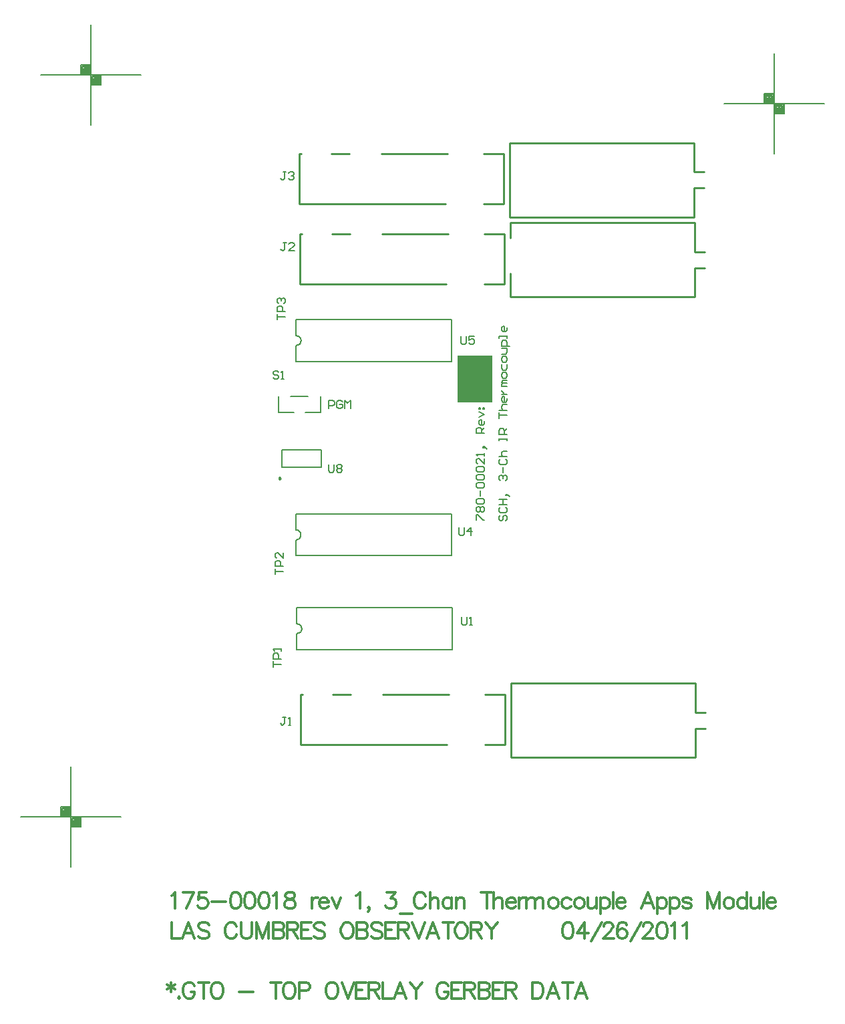
<source format=gto>
%FSLAX23Y23*%
%MOIN*%
G70*
G01*
G75*
G04 Layer_Color=65535*
%ADD10O,0.024X0.079*%
%ADD11R,0.070X0.135*%
%ADD12R,0.039X0.059*%
%ADD13C,0.010*%
%ADD14C,0.020*%
%ADD15C,0.012*%
%ADD16C,0.008*%
%ADD17C,0.012*%
%ADD18C,0.012*%
%ADD19C,0.120*%
%ADD20C,0.050*%
%ADD21C,0.059*%
%ADD22R,0.059X0.059*%
%ADD23C,0.276*%
%ADD24C,0.020*%
%ADD25C,0.040*%
%ADD26C,0.110*%
G04:AMPARAMS|DCode=27|XSize=130mil|YSize=130mil|CornerRadius=0mil|HoleSize=0mil|Usage=FLASHONLY|Rotation=0.000|XOffset=0mil|YOffset=0mil|HoleType=Round|Shape=Relief|Width=10mil|Gap=10mil|Entries=4|*
%AMTHD27*
7,0,0,0.130,0.110,0.010,45*
%
%ADD27THD27*%
%ADD28C,0.065*%
G04:AMPARAMS|DCode=29|XSize=85mil|YSize=85mil|CornerRadius=0mil|HoleSize=0mil|Usage=FLASHONLY|Rotation=0.000|XOffset=0mil|YOffset=0mil|HoleType=Round|Shape=Relief|Width=10mil|Gap=10mil|Entries=4|*
%AMTHD29*
7,0,0,0.085,0.065,0.010,45*
%
%ADD29THD29*%
%ADD30C,0.075*%
G04:AMPARAMS|DCode=31|XSize=95.433mil|YSize=95.433mil|CornerRadius=0mil|HoleSize=0mil|Usage=FLASHONLY|Rotation=0.000|XOffset=0mil|YOffset=0mil|HoleType=Round|Shape=Relief|Width=10mil|Gap=10mil|Entries=4|*
%AMTHD31*
7,0,0,0.095,0.075,0.010,45*
%
%ADD31THD31*%
%ADD32C,0.197*%
G04:AMPARAMS|DCode=33|XSize=70mil|YSize=70mil|CornerRadius=0mil|HoleSize=0mil|Usage=FLASHONLY|Rotation=0.000|XOffset=0mil|YOffset=0mil|HoleType=Round|Shape=Relief|Width=10mil|Gap=10mil|Entries=4|*
%AMTHD33*
7,0,0,0.070,0.050,0.010,45*
%
%ADD33THD33*%
%ADD34R,0.050X0.050*%
%ADD35O,0.087X0.024*%
%ADD36R,0.020X0.709*%
%ADD37R,0.085X0.016*%
%ADD38C,0.010*%
%ADD39C,0.008*%
%ADD40C,0.007*%
%ADD41R,0.175X0.238*%
D13*
X25894Y18847D02*
Y18966D01*
Y19141D02*
Y19217D01*
D15*
X24202Y15429D02*
Y15383D01*
X24183Y15418D02*
X24221Y15395D01*
Y15418D02*
X24183Y15395D01*
X24241Y15357D02*
X24238Y15353D01*
X24241Y15349D01*
X24245Y15353D01*
X24241Y15357D01*
X24320Y15410D02*
X24316Y15418D01*
X24308Y15425D01*
X24301Y15429D01*
X24286D01*
X24278Y15425D01*
X24270Y15418D01*
X24266Y15410D01*
X24263Y15399D01*
Y15380D01*
X24266Y15368D01*
X24270Y15361D01*
X24278Y15353D01*
X24286Y15349D01*
X24301D01*
X24308Y15353D01*
X24316Y15361D01*
X24320Y15368D01*
Y15380D01*
X24301D02*
X24320D01*
X24365Y15429D02*
Y15349D01*
X24338Y15429D02*
X24391D01*
X24424D02*
X24416Y15425D01*
X24409Y15418D01*
X24405Y15410D01*
X24401Y15399D01*
Y15380D01*
X24405Y15368D01*
X24409Y15361D01*
X24416Y15353D01*
X24424Y15349D01*
X24439D01*
X24447Y15353D01*
X24454Y15361D01*
X24458Y15368D01*
X24462Y15380D01*
Y15399D01*
X24458Y15410D01*
X24454Y15418D01*
X24447Y15425D01*
X24439Y15429D01*
X24424D01*
X24543Y15383D02*
X24612D01*
X24725Y15429D02*
Y15349D01*
X24698Y15429D02*
X24752D01*
X24784D02*
X24776Y15425D01*
X24769Y15418D01*
X24765Y15410D01*
X24761Y15399D01*
Y15380D01*
X24765Y15368D01*
X24769Y15361D01*
X24776Y15353D01*
X24784Y15349D01*
X24799D01*
X24807Y15353D01*
X24815Y15361D01*
X24818Y15368D01*
X24822Y15380D01*
Y15399D01*
X24818Y15410D01*
X24815Y15418D01*
X24807Y15425D01*
X24799Y15429D01*
X24784D01*
X24841Y15387D02*
X24875D01*
X24887Y15391D01*
X24890Y15395D01*
X24894Y15402D01*
Y15414D01*
X24890Y15421D01*
X24887Y15425D01*
X24875Y15429D01*
X24841D01*
Y15349D01*
X24998Y15429D02*
X24990Y15425D01*
X24983Y15418D01*
X24979Y15410D01*
X24975Y15399D01*
Y15380D01*
X24979Y15368D01*
X24983Y15361D01*
X24990Y15353D01*
X24998Y15349D01*
X25013D01*
X25021Y15353D01*
X25028Y15361D01*
X25032Y15368D01*
X25036Y15380D01*
Y15399D01*
X25032Y15410D01*
X25028Y15418D01*
X25021Y15425D01*
X25013Y15429D01*
X24998D01*
X25054D02*
X25085Y15349D01*
X25115Y15429D02*
X25085Y15349D01*
X25175Y15429D02*
X25126D01*
Y15349D01*
X25175D01*
X25126Y15391D02*
X25156D01*
X25189Y15429D02*
Y15349D01*
Y15429D02*
X25223D01*
X25234Y15425D01*
X25238Y15421D01*
X25242Y15414D01*
Y15406D01*
X25238Y15399D01*
X25234Y15395D01*
X25223Y15391D01*
X25189D01*
X25215D02*
X25242Y15349D01*
X25260Y15429D02*
Y15349D01*
X25305D01*
X25375D02*
X25345Y15429D01*
X25314Y15349D01*
X25326Y15376D02*
X25364D01*
X25394Y15429D02*
X25424Y15391D01*
Y15349D01*
X25455Y15429D02*
X25424Y15391D01*
X25585Y15410D02*
X25581Y15418D01*
X25574Y15425D01*
X25566Y15429D01*
X25551D01*
X25543Y15425D01*
X25536Y15418D01*
X25532Y15410D01*
X25528Y15399D01*
Y15380D01*
X25532Y15368D01*
X25536Y15361D01*
X25543Y15353D01*
X25551Y15349D01*
X25566D01*
X25574Y15353D01*
X25581Y15361D01*
X25585Y15368D01*
Y15380D01*
X25566D02*
X25585D01*
X25653Y15429D02*
X25603D01*
Y15349D01*
X25653D01*
X25603Y15391D02*
X25634D01*
X25666Y15429D02*
Y15349D01*
Y15429D02*
X25700D01*
X25712Y15425D01*
X25716Y15421D01*
X25719Y15414D01*
Y15406D01*
X25716Y15399D01*
X25712Y15395D01*
X25700Y15391D01*
X25666D01*
X25693D02*
X25719Y15349D01*
X25737Y15429D02*
Y15349D01*
Y15429D02*
X25772D01*
X25783Y15425D01*
X25787Y15421D01*
X25791Y15414D01*
Y15406D01*
X25787Y15399D01*
X25783Y15395D01*
X25772Y15391D01*
X25737D02*
X25772D01*
X25783Y15387D01*
X25787Y15383D01*
X25791Y15376D01*
Y15364D01*
X25787Y15357D01*
X25783Y15353D01*
X25772Y15349D01*
X25737D01*
X25858Y15429D02*
X25809D01*
Y15349D01*
X25858D01*
X25809Y15391D02*
X25839D01*
X25871Y15429D02*
Y15349D01*
Y15429D02*
X25906D01*
X25917Y15425D01*
X25921Y15421D01*
X25925Y15414D01*
Y15406D01*
X25921Y15399D01*
X25917Y15395D01*
X25906Y15391D01*
X25871D01*
X25898D02*
X25925Y15349D01*
X26006Y15429D02*
Y15349D01*
Y15429D02*
X26032D01*
X26044Y15425D01*
X26051Y15418D01*
X26055Y15410D01*
X26059Y15399D01*
Y15380D01*
X26055Y15368D01*
X26051Y15361D01*
X26044Y15353D01*
X26032Y15349D01*
X26006D01*
X26138D02*
X26107Y15429D01*
X26077Y15349D01*
X26088Y15376D02*
X26126D01*
X26183Y15429D02*
Y15349D01*
X26156Y15429D02*
X26210D01*
X26280Y15349D02*
X26250Y15429D01*
X26219Y15349D01*
X26231Y15376D02*
X26269D01*
D16*
X24774Y16753D02*
X24760D01*
X24767D01*
Y16720D01*
X24760Y16713D01*
X24754D01*
X24747Y16720D01*
X24787Y16713D02*
X24800D01*
X24794D01*
Y16753D01*
X24787Y16746D01*
X24987Y18013D02*
Y17980D01*
X24994Y17973D01*
X25007D01*
X25014Y17980D01*
Y18013D01*
X25027Y18006D02*
X25034Y18013D01*
X25047D01*
X25054Y18006D01*
Y18000D01*
X25047Y17993D01*
X25054Y17986D01*
Y17980D01*
X25047Y17973D01*
X25034D01*
X25027Y17980D01*
Y17986D01*
X25034Y17993D01*
X25027Y18000D01*
Y18006D01*
X25034Y17993D02*
X25047D01*
X24733Y18735D02*
Y18762D01*
Y18748D01*
X24773D01*
Y18775D02*
X24733D01*
Y18795D01*
X24740Y18802D01*
X24753D01*
X24760Y18795D01*
Y18775D01*
X24740Y18815D02*
X24733Y18822D01*
Y18835D01*
X24740Y18842D01*
X24746D01*
X24753Y18835D01*
Y18828D01*
Y18835D01*
X24760Y18842D01*
X24766D01*
X24773Y18835D01*
Y18822D01*
X24766Y18815D01*
X25648Y18650D02*
Y18617D01*
X25655Y18610D01*
X25668D01*
X25675Y18617D01*
Y18650D01*
X25715D02*
X25688D01*
Y18630D01*
X25701Y18637D01*
X25708D01*
X25715Y18630D01*
Y18617D01*
X25708Y18610D01*
X25695D01*
X25688Y18617D01*
X24739Y18470D02*
X24732Y18477D01*
X24719D01*
X24712Y18470D01*
Y18464D01*
X24719Y18457D01*
X24732D01*
X24739Y18450D01*
Y18444D01*
X24732Y18437D01*
X24719D01*
X24712Y18444D01*
X24752Y18437D02*
X24765D01*
X24759D01*
Y18477D01*
X24752Y18470D01*
X24776Y19471D02*
X24762D01*
X24769D01*
Y19437D01*
X24762Y19431D01*
X24756D01*
X24749Y19437D01*
X24789Y19464D02*
X24796Y19471D01*
X24809D01*
X24816Y19464D01*
Y19457D01*
X24809Y19451D01*
X24802D01*
X24809D01*
X24816Y19444D01*
Y19437D01*
X24809Y19431D01*
X24796D01*
X24789Y19437D01*
X24777Y19117D02*
X24763D01*
X24770D01*
Y19084D01*
X24763Y19077D01*
X24757D01*
X24750Y19084D01*
X24817Y19077D02*
X24790D01*
X24817Y19104D01*
Y19111D01*
X24810Y19117D01*
X24797D01*
X24790Y19111D01*
X24713Y17003D02*
Y17030D01*
Y17016D01*
X24753D01*
Y17043D02*
X24713D01*
Y17063D01*
X24720Y17070D01*
X24733D01*
X24740Y17063D01*
Y17043D01*
X24753Y17083D02*
Y17096D01*
Y17090D01*
X24713D01*
X24720Y17083D01*
X24723Y17464D02*
Y17491D01*
Y17477D01*
X24763D01*
Y17504D02*
X24723D01*
Y17524D01*
X24730Y17531D01*
X24743D01*
X24750Y17524D01*
Y17504D01*
X24763Y17571D02*
Y17544D01*
X24736Y17571D01*
X24730D01*
X24723Y17564D01*
Y17551D01*
X24730Y17544D01*
X25652Y17251D02*
Y17218D01*
X25659Y17211D01*
X25672D01*
X25679Y17218D01*
Y17251D01*
X25692Y17211D02*
X25705D01*
X25699D01*
Y17251D01*
X25692Y17244D01*
X25639Y17697D02*
Y17664D01*
X25646Y17657D01*
X25659D01*
X25666Y17664D01*
Y17697D01*
X25699Y17657D02*
Y17697D01*
X25679Y17677D01*
X25706D01*
X24990Y18291D02*
Y18331D01*
X25010D01*
X25017Y18324D01*
Y18311D01*
X25010Y18304D01*
X24990D01*
X25057Y18324D02*
X25050Y18331D01*
X25037D01*
X25030Y18324D01*
Y18298D01*
X25037Y18291D01*
X25050D01*
X25057Y18298D01*
Y18311D01*
X25043D01*
X25070Y18291D02*
Y18331D01*
X25083Y18318D01*
X25097Y18331D01*
Y18291D01*
X25726Y17736D02*
Y17763D01*
X25733D01*
X25759Y17736D01*
X25766D01*
X25733Y17776D02*
X25726Y17783D01*
Y17796D01*
X25733Y17803D01*
X25739D01*
X25746Y17796D01*
X25753Y17803D01*
X25759D01*
X25766Y17796D01*
Y17783D01*
X25759Y17776D01*
X25753D01*
X25746Y17783D01*
X25739Y17776D01*
X25733D01*
X25746Y17783D02*
Y17796D01*
X25733Y17816D02*
X25726Y17823D01*
Y17836D01*
X25733Y17843D01*
X25759D01*
X25766Y17836D01*
Y17823D01*
X25759Y17816D01*
X25733D01*
X25746Y17856D02*
Y17883D01*
X25733Y17896D02*
X25726Y17903D01*
Y17916D01*
X25733Y17923D01*
X25759D01*
X25766Y17916D01*
Y17903D01*
X25759Y17896D01*
X25733D01*
Y17936D02*
X25726Y17943D01*
Y17956D01*
X25733Y17963D01*
X25759D01*
X25766Y17956D01*
Y17943D01*
X25759Y17936D01*
X25733D01*
Y17976D02*
X25726Y17983D01*
Y17996D01*
X25733Y18003D01*
X25759D01*
X25766Y17996D01*
Y17983D01*
X25759Y17976D01*
X25733D01*
X25766Y18043D02*
Y18016D01*
X25739Y18043D01*
X25733D01*
X25726Y18036D01*
Y18023D01*
X25733Y18016D01*
X25766Y18056D02*
Y18069D01*
Y18063D01*
X25726D01*
X25733Y18056D01*
X25773Y18096D02*
X25766Y18103D01*
X25759D01*
Y18096D01*
X25766D01*
Y18103D01*
X25773Y18096D01*
X25779Y18089D01*
X25766Y18169D02*
X25726D01*
Y18189D01*
X25733Y18196D01*
X25746D01*
X25753Y18189D01*
Y18169D01*
Y18183D02*
X25766Y18196D01*
Y18229D02*
Y18216D01*
X25759Y18209D01*
X25746D01*
X25739Y18216D01*
Y18229D01*
X25746Y18236D01*
X25753D01*
Y18209D01*
X25739Y18249D02*
X25766Y18263D01*
X25739Y18276D01*
Y18289D02*
Y18296D01*
X25746D01*
Y18289D01*
X25739D01*
X25759D02*
Y18296D01*
X25766D01*
Y18289D01*
X25759D01*
X25846Y17757D02*
X25839Y17750D01*
Y17737D01*
X25846Y17730D01*
X25852D01*
X25859Y17737D01*
Y17750D01*
X25866Y17757D01*
X25872D01*
X25879Y17750D01*
Y17737D01*
X25872Y17730D01*
X25846Y17797D02*
X25839Y17790D01*
Y17777D01*
X25846Y17770D01*
X25872D01*
X25879Y17777D01*
Y17790D01*
X25872Y17797D01*
X25839Y17810D02*
X25879D01*
X25859D01*
Y17837D01*
X25839D01*
X25879D01*
X25886Y17857D02*
X25879Y17863D01*
X25872D01*
Y17857D01*
X25879D01*
Y17863D01*
X25886Y17857D01*
X25892Y17850D01*
X25846Y17930D02*
X25839Y17937D01*
Y17950D01*
X25846Y17957D01*
X25852D01*
X25859Y17950D01*
Y17943D01*
Y17950D01*
X25866Y17957D01*
X25872D01*
X25879Y17950D01*
Y17937D01*
X25872Y17930D01*
X25859Y17970D02*
Y17997D01*
X25846Y18037D02*
X25839Y18030D01*
Y18017D01*
X25846Y18010D01*
X25872D01*
X25879Y18017D01*
Y18030D01*
X25872Y18037D01*
X25839Y18050D02*
X25879D01*
X25859D01*
X25852Y18057D01*
Y18070D01*
X25859Y18077D01*
X25879D01*
X25839Y18130D02*
Y18143D01*
Y18137D01*
X25879D01*
Y18130D01*
Y18143D01*
Y18163D02*
X25839D01*
Y18183D01*
X25846Y18190D01*
X25859D01*
X25866Y18183D01*
Y18163D01*
Y18177D02*
X25879Y18190D01*
X25839Y18243D02*
Y18270D01*
Y18257D01*
X25879D01*
X25839Y18283D02*
X25879D01*
X25859D01*
X25852Y18290D01*
Y18303D01*
X25859Y18310D01*
X25879D01*
Y18343D02*
Y18330D01*
X25872Y18323D01*
X25859D01*
X25852Y18330D01*
Y18343D01*
X25859Y18350D01*
X25866D01*
Y18323D01*
X25852Y18363D02*
X25879D01*
X25866D01*
X25859Y18370D01*
X25852Y18377D01*
Y18383D01*
X25879Y18403D02*
X25852D01*
Y18410D01*
X25859Y18417D01*
X25879D01*
X25859D01*
X25852Y18423D01*
X25859Y18430D01*
X25879D01*
Y18450D02*
Y18463D01*
X25872Y18470D01*
X25859D01*
X25852Y18463D01*
Y18450D01*
X25859Y18443D01*
X25872D01*
X25879Y18450D01*
X25852Y18510D02*
Y18490D01*
X25859Y18483D01*
X25872D01*
X25879Y18490D01*
Y18510D01*
Y18530D02*
Y18543D01*
X25872Y18550D01*
X25859D01*
X25852Y18543D01*
Y18530D01*
X25859Y18523D01*
X25872D01*
X25879Y18530D01*
X25852Y18563D02*
X25872D01*
X25879Y18570D01*
Y18590D01*
X25852D01*
X25892Y18603D02*
X25852D01*
Y18623D01*
X25859Y18630D01*
X25872D01*
X25879Y18623D01*
Y18603D01*
Y18643D02*
Y18656D01*
Y18650D01*
X25839D01*
Y18643D01*
X25879Y18696D02*
Y18683D01*
X25872Y18676D01*
X25859D01*
X25852Y18683D01*
Y18696D01*
X25859Y18703D01*
X25866D01*
Y18676D01*
X26963Y19813D02*
X27463D01*
X27213Y19563D02*
Y20063D01*
X27163Y19813D02*
Y19863D01*
X27213D01*
X27263Y19763D02*
Y19813D01*
X27213Y19763D02*
X27263D01*
X27218Y19808D02*
X27258D01*
Y19768D02*
Y19808D01*
X27218Y19768D02*
X27258D01*
X27218D02*
Y19808D01*
X27223Y19803D02*
X27253D01*
Y19773D02*
Y19803D01*
X27223Y19773D02*
X27253D01*
X27223D02*
Y19798D01*
X27228D02*
X27248D01*
Y19778D02*
Y19798D01*
X27228Y19778D02*
X27248D01*
X27228D02*
Y19793D01*
X27233D02*
X27243D01*
Y19783D02*
Y19793D01*
X27233Y19783D02*
X27243D01*
X27233D02*
Y19793D01*
Y19788D02*
X27243D01*
X27168Y19858D02*
X27208D01*
Y19818D02*
Y19858D01*
X27168Y19818D02*
X27208D01*
X27168D02*
Y19858D01*
X27173Y19853D02*
X27203D01*
Y19823D02*
Y19853D01*
X27173Y19823D02*
X27203D01*
X27173D02*
Y19848D01*
X27178D02*
X27198D01*
Y19828D02*
Y19848D01*
X27178Y19828D02*
X27198D01*
X27178D02*
Y19843D01*
X27183D02*
X27193D01*
Y19833D02*
Y19843D01*
X27183Y19833D02*
X27193D01*
X27183D02*
Y19843D01*
Y19838D02*
X27193D01*
X23552Y19954D02*
X24052D01*
X23802Y19704D02*
Y20204D01*
X23752Y19954D02*
Y20004D01*
X23802D01*
X23852Y19904D02*
Y19954D01*
X23802Y19904D02*
X23852D01*
X23807Y19949D02*
X23847D01*
Y19909D02*
Y19949D01*
X23807Y19909D02*
X23847D01*
X23807D02*
Y19949D01*
X23812Y19944D02*
X23842D01*
Y19914D02*
Y19944D01*
X23812Y19914D02*
X23842D01*
X23812D02*
Y19939D01*
X23817D02*
X23837D01*
Y19919D02*
Y19939D01*
X23817Y19919D02*
X23837D01*
X23817D02*
Y19934D01*
X23822D02*
X23832D01*
Y19924D02*
Y19934D01*
X23822Y19924D02*
X23832D01*
X23822D02*
Y19934D01*
Y19929D02*
X23832D01*
X23757Y19999D02*
X23797D01*
Y19959D02*
Y19999D01*
X23757Y19959D02*
X23797D01*
X23757D02*
Y19999D01*
X23762Y19994D02*
X23792D01*
Y19964D02*
Y19994D01*
X23762Y19964D02*
X23792D01*
X23762D02*
Y19989D01*
X23767D02*
X23787D01*
Y19969D02*
Y19989D01*
X23767Y19969D02*
X23787D01*
X23767D02*
Y19984D01*
X23772D02*
X23782D01*
Y19974D02*
Y19984D01*
X23772Y19974D02*
X23782D01*
X23772D02*
Y19984D01*
Y19979D02*
X23782D01*
X23453Y16254D02*
X23953D01*
X23703Y16004D02*
Y16504D01*
X23653Y16254D02*
Y16304D01*
X23703D01*
X23753Y16204D02*
Y16254D01*
X23703Y16204D02*
X23753D01*
X23708Y16249D02*
X23748D01*
Y16209D02*
Y16249D01*
X23708Y16209D02*
X23748D01*
X23708D02*
Y16249D01*
X23713Y16244D02*
X23743D01*
Y16214D02*
Y16244D01*
X23713Y16214D02*
X23743D01*
X23713D02*
Y16239D01*
X23718D02*
X23738D01*
Y16219D02*
Y16239D01*
X23718Y16219D02*
X23738D01*
X23718D02*
Y16234D01*
X23723D02*
X23733D01*
Y16224D02*
Y16234D01*
X23723Y16224D02*
X23733D01*
X23723D02*
Y16234D01*
Y16229D02*
X23733D01*
X23658Y16299D02*
X23698D01*
Y16259D02*
Y16299D01*
X23658Y16259D02*
X23698D01*
X23658D02*
Y16299D01*
X23663Y16294D02*
X23693D01*
Y16264D02*
Y16294D01*
X23663Y16264D02*
X23693D01*
X23663D02*
Y16289D01*
X23668D02*
X23688D01*
Y16269D02*
Y16289D01*
X23668Y16269D02*
X23688D01*
X23668D02*
Y16284D01*
X23673D02*
X23683D01*
Y16274D02*
Y16284D01*
X23673Y16274D02*
X23683D01*
X23673D02*
Y16284D01*
Y16279D02*
X23683D01*
D17*
X24204Y15862D02*
X24212Y15866D01*
X24223Y15878D01*
Y15798D01*
X24316Y15878D02*
X24278Y15798D01*
X24263Y15878D02*
X24316D01*
X24380D02*
X24342D01*
X24338Y15843D01*
X24342Y15847D01*
X24353Y15851D01*
X24364D01*
X24376Y15847D01*
X24383Y15840D01*
X24387Y15828D01*
Y15821D01*
X24383Y15809D01*
X24376Y15801D01*
X24364Y15798D01*
X24353D01*
X24342Y15801D01*
X24338Y15805D01*
X24334Y15813D01*
X24405Y15832D02*
X24474D01*
X24520Y15878D02*
X24509Y15874D01*
X24501Y15862D01*
X24497Y15843D01*
Y15832D01*
X24501Y15813D01*
X24509Y15801D01*
X24520Y15798D01*
X24528D01*
X24539Y15801D01*
X24547Y15813D01*
X24551Y15832D01*
Y15843D01*
X24547Y15862D01*
X24539Y15874D01*
X24528Y15878D01*
X24520D01*
X24591D02*
X24580Y15874D01*
X24572Y15862D01*
X24569Y15843D01*
Y15832D01*
X24572Y15813D01*
X24580Y15801D01*
X24591Y15798D01*
X24599D01*
X24610Y15801D01*
X24618Y15813D01*
X24622Y15832D01*
Y15843D01*
X24618Y15862D01*
X24610Y15874D01*
X24599Y15878D01*
X24591D01*
X24663D02*
X24651Y15874D01*
X24644Y15862D01*
X24640Y15843D01*
Y15832D01*
X24644Y15813D01*
X24651Y15801D01*
X24663Y15798D01*
X24670D01*
X24682Y15801D01*
X24689Y15813D01*
X24693Y15832D01*
Y15843D01*
X24689Y15862D01*
X24682Y15874D01*
X24670Y15878D01*
X24663D01*
X24711Y15862D02*
X24719Y15866D01*
X24730Y15878D01*
Y15798D01*
X24789Y15878D02*
X24777Y15874D01*
X24773Y15866D01*
Y15859D01*
X24777Y15851D01*
X24785Y15847D01*
X24800Y15843D01*
X24812Y15840D01*
X24819Y15832D01*
X24823Y15824D01*
Y15813D01*
X24819Y15805D01*
X24815Y15801D01*
X24804Y15798D01*
X24789D01*
X24777Y15801D01*
X24773Y15805D01*
X24770Y15813D01*
Y15824D01*
X24773Y15832D01*
X24781Y15840D01*
X24793Y15843D01*
X24808Y15847D01*
X24815Y15851D01*
X24819Y15859D01*
Y15866D01*
X24815Y15874D01*
X24804Y15878D01*
X24789D01*
X24904Y15851D02*
Y15798D01*
Y15828D02*
X24908Y15840D01*
X24915Y15847D01*
X24923Y15851D01*
X24934D01*
X24941Y15828D02*
X24987D01*
Y15836D01*
X24983Y15843D01*
X24980Y15847D01*
X24972Y15851D01*
X24960D01*
X24953Y15847D01*
X24945Y15840D01*
X24941Y15828D01*
Y15821D01*
X24945Y15809D01*
X24953Y15801D01*
X24960Y15798D01*
X24972D01*
X24980Y15801D01*
X24987Y15809D01*
X25004Y15851D02*
X25027Y15798D01*
X25050Y15851D02*
X25027Y15798D01*
X25126Y15862D02*
X25133Y15866D01*
X25145Y15878D01*
Y15798D01*
X25192Y15801D02*
X25188Y15798D01*
X25184Y15801D01*
X25188Y15805D01*
X25192Y15801D01*
Y15794D01*
X25188Y15786D01*
X25184Y15782D01*
X25280Y15878D02*
X25322D01*
X25299Y15847D01*
X25311D01*
X25318Y15843D01*
X25322Y15840D01*
X25326Y15828D01*
Y15821D01*
X25322Y15809D01*
X25314Y15801D01*
X25303Y15798D01*
X25291D01*
X25280Y15801D01*
X25276Y15805D01*
X25272Y15813D01*
X25344Y15771D02*
X25405D01*
X25472Y15859D02*
X25468Y15866D01*
X25461Y15874D01*
X25453Y15878D01*
X25438D01*
X25430Y15874D01*
X25422Y15866D01*
X25419Y15859D01*
X25415Y15847D01*
Y15828D01*
X25419Y15817D01*
X25422Y15809D01*
X25430Y15801D01*
X25438Y15798D01*
X25453D01*
X25461Y15801D01*
X25468Y15809D01*
X25472Y15817D01*
X25494Y15878D02*
Y15798D01*
Y15836D02*
X25506Y15847D01*
X25514Y15851D01*
X25525D01*
X25533Y15847D01*
X25536Y15836D01*
Y15798D01*
X25603Y15851D02*
Y15798D01*
Y15840D02*
X25595Y15847D01*
X25588Y15851D01*
X25576D01*
X25569Y15847D01*
X25561Y15840D01*
X25557Y15828D01*
Y15821D01*
X25561Y15809D01*
X25569Y15801D01*
X25576Y15798D01*
X25588D01*
X25595Y15801D01*
X25603Y15809D01*
X25624Y15851D02*
Y15798D01*
Y15836D02*
X25636Y15847D01*
X25643Y15851D01*
X25655D01*
X25662Y15847D01*
X25666Y15836D01*
Y15798D01*
X25777Y15878D02*
Y15798D01*
X25750Y15878D02*
X25803D01*
X25813D02*
Y15798D01*
Y15836D02*
X25824Y15847D01*
X25832Y15851D01*
X25843D01*
X25851Y15847D01*
X25855Y15836D01*
Y15798D01*
X25876Y15828D02*
X25921D01*
Y15836D01*
X25918Y15843D01*
X25914Y15847D01*
X25906Y15851D01*
X25895D01*
X25887Y15847D01*
X25880Y15840D01*
X25876Y15828D01*
Y15821D01*
X25880Y15809D01*
X25887Y15801D01*
X25895Y15798D01*
X25906D01*
X25914Y15801D01*
X25921Y15809D01*
X25939Y15851D02*
Y15798D01*
Y15828D02*
X25942Y15840D01*
X25950Y15847D01*
X25958Y15851D01*
X25969D01*
X25976D02*
Y15798D01*
Y15836D02*
X25988Y15847D01*
X25995Y15851D01*
X26007D01*
X26014Y15847D01*
X26018Y15836D01*
Y15798D01*
Y15836D02*
X26030Y15847D01*
X26037Y15851D01*
X26049D01*
X26056Y15847D01*
X26060Y15836D01*
Y15798D01*
X26104Y15851D02*
X26097Y15847D01*
X26089Y15840D01*
X26085Y15828D01*
Y15821D01*
X26089Y15809D01*
X26097Y15801D01*
X26104Y15798D01*
X26116D01*
X26123Y15801D01*
X26131Y15809D01*
X26135Y15821D01*
Y15828D01*
X26131Y15840D01*
X26123Y15847D01*
X26116Y15851D01*
X26104D01*
X26198Y15840D02*
X26190Y15847D01*
X26183Y15851D01*
X26171D01*
X26164Y15847D01*
X26156Y15840D01*
X26152Y15828D01*
Y15821D01*
X26156Y15809D01*
X26164Y15801D01*
X26171Y15798D01*
X26183D01*
X26190Y15801D01*
X26198Y15809D01*
X26234Y15851D02*
X26227Y15847D01*
X26219Y15840D01*
X26215Y15828D01*
Y15821D01*
X26219Y15809D01*
X26227Y15801D01*
X26234Y15798D01*
X26246D01*
X26253Y15801D01*
X26261Y15809D01*
X26265Y15821D01*
Y15828D01*
X26261Y15840D01*
X26253Y15847D01*
X26246Y15851D01*
X26234D01*
X26282D02*
Y15813D01*
X26286Y15801D01*
X26294Y15798D01*
X26305D01*
X26313Y15801D01*
X26324Y15813D01*
Y15851D02*
Y15798D01*
X26345Y15851D02*
Y15771D01*
Y15840D02*
X26353Y15847D01*
X26360Y15851D01*
X26372D01*
X26379Y15847D01*
X26387Y15840D01*
X26391Y15828D01*
Y15821D01*
X26387Y15809D01*
X26379Y15801D01*
X26372Y15798D01*
X26360D01*
X26353Y15801D01*
X26345Y15809D01*
X26408Y15878D02*
Y15798D01*
X26425Y15828D02*
X26470D01*
Y15836D01*
X26466Y15843D01*
X26463Y15847D01*
X26455Y15851D01*
X26444D01*
X26436Y15847D01*
X26428Y15840D01*
X26425Y15828D01*
Y15821D01*
X26428Y15809D01*
X26436Y15801D01*
X26444Y15798D01*
X26455D01*
X26463Y15801D01*
X26470Y15809D01*
X26611Y15798D02*
X26581Y15878D01*
X26550Y15798D01*
X26562Y15824D02*
X26600D01*
X26630Y15851D02*
Y15771D01*
Y15840D02*
X26637Y15847D01*
X26645Y15851D01*
X26657D01*
X26664Y15847D01*
X26672Y15840D01*
X26676Y15828D01*
Y15821D01*
X26672Y15809D01*
X26664Y15801D01*
X26657Y15798D01*
X26645D01*
X26637Y15801D01*
X26630Y15809D01*
X26693Y15851D02*
Y15771D01*
Y15840D02*
X26700Y15847D01*
X26708Y15851D01*
X26719D01*
X26727Y15847D01*
X26735Y15840D01*
X26738Y15828D01*
Y15821D01*
X26735Y15809D01*
X26727Y15801D01*
X26719Y15798D01*
X26708D01*
X26700Y15801D01*
X26693Y15809D01*
X26797Y15840D02*
X26794Y15847D01*
X26782Y15851D01*
X26771D01*
X26759Y15847D01*
X26756Y15840D01*
X26759Y15832D01*
X26767Y15828D01*
X26786Y15824D01*
X26794Y15821D01*
X26797Y15813D01*
Y15809D01*
X26794Y15801D01*
X26782Y15798D01*
X26771D01*
X26759Y15801D01*
X26756Y15809D01*
X26877Y15878D02*
Y15798D01*
Y15878D02*
X26908Y15798D01*
X26938Y15878D02*
X26908Y15798D01*
X26938Y15878D02*
Y15798D01*
X26980Y15851D02*
X26972Y15847D01*
X26965Y15840D01*
X26961Y15828D01*
Y15821D01*
X26965Y15809D01*
X26972Y15801D01*
X26980Y15798D01*
X26991D01*
X26999Y15801D01*
X27007Y15809D01*
X27010Y15821D01*
Y15828D01*
X27007Y15840D01*
X26999Y15847D01*
X26991Y15851D01*
X26980D01*
X27074Y15878D02*
Y15798D01*
Y15840D02*
X27066Y15847D01*
X27058Y15851D01*
X27047D01*
X27039Y15847D01*
X27032Y15840D01*
X27028Y15828D01*
Y15821D01*
X27032Y15809D01*
X27039Y15801D01*
X27047Y15798D01*
X27058D01*
X27066Y15801D01*
X27074Y15809D01*
X27095Y15851D02*
Y15813D01*
X27099Y15801D01*
X27106Y15798D01*
X27118D01*
X27125Y15801D01*
X27137Y15813D01*
Y15851D02*
Y15798D01*
X27158Y15878D02*
Y15798D01*
X27174Y15828D02*
X27220D01*
Y15836D01*
X27216Y15843D01*
X27213Y15847D01*
X27205Y15851D01*
X27194D01*
X27186Y15847D01*
X27178Y15840D01*
X27174Y15828D01*
Y15821D01*
X27178Y15809D01*
X27186Y15801D01*
X27194Y15798D01*
X27205D01*
X27213Y15801D01*
X27220Y15809D01*
D18*
X24204Y15728D02*
Y15648D01*
X24250D01*
X24319D02*
X24289Y15728D01*
X24259Y15648D01*
X24270Y15674D02*
X24308D01*
X24391Y15716D02*
X24384Y15724D01*
X24372Y15728D01*
X24357D01*
X24346Y15724D01*
X24338Y15716D01*
Y15709D01*
X24342Y15701D01*
X24346Y15697D01*
X24353Y15693D01*
X24376Y15686D01*
X24384Y15682D01*
X24388Y15678D01*
X24391Y15671D01*
Y15659D01*
X24384Y15651D01*
X24372Y15648D01*
X24357D01*
X24346Y15651D01*
X24338Y15659D01*
X24529Y15709D02*
X24526Y15716D01*
X24518Y15724D01*
X24510Y15728D01*
X24495D01*
X24487Y15724D01*
X24480Y15716D01*
X24476Y15709D01*
X24472Y15697D01*
Y15678D01*
X24476Y15667D01*
X24480Y15659D01*
X24487Y15651D01*
X24495Y15648D01*
X24510D01*
X24518Y15651D01*
X24526Y15659D01*
X24529Y15667D01*
X24552Y15728D02*
Y15671D01*
X24556Y15659D01*
X24563Y15651D01*
X24575Y15648D01*
X24582D01*
X24594Y15651D01*
X24601Y15659D01*
X24605Y15671D01*
Y15728D01*
X24627D02*
Y15648D01*
Y15728D02*
X24658Y15648D01*
X24688Y15728D02*
X24658Y15648D01*
X24688Y15728D02*
Y15648D01*
X24711Y15728D02*
Y15648D01*
Y15728D02*
X24745D01*
X24757Y15724D01*
X24761Y15720D01*
X24764Y15712D01*
Y15705D01*
X24761Y15697D01*
X24757Y15693D01*
X24745Y15690D01*
X24711D02*
X24745D01*
X24757Y15686D01*
X24761Y15682D01*
X24764Y15674D01*
Y15663D01*
X24761Y15655D01*
X24757Y15651D01*
X24745Y15648D01*
X24711D01*
X24782Y15728D02*
Y15648D01*
Y15728D02*
X24817D01*
X24828Y15724D01*
X24832Y15720D01*
X24836Y15712D01*
Y15705D01*
X24832Y15697D01*
X24828Y15693D01*
X24817Y15690D01*
X24782D01*
X24809D02*
X24836Y15648D01*
X24903Y15728D02*
X24853D01*
Y15648D01*
X24903D01*
X24853Y15690D02*
X24884D01*
X24970Y15716D02*
X24962Y15724D01*
X24951Y15728D01*
X24935D01*
X24924Y15724D01*
X24916Y15716D01*
Y15709D01*
X24920Y15701D01*
X24924Y15697D01*
X24932Y15693D01*
X24954Y15686D01*
X24962Y15682D01*
X24966Y15678D01*
X24970Y15671D01*
Y15659D01*
X24962Y15651D01*
X24951Y15648D01*
X24935D01*
X24924Y15651D01*
X24916Y15659D01*
X25073Y15728D02*
X25066Y15724D01*
X25058Y15716D01*
X25054Y15709D01*
X25050Y15697D01*
Y15678D01*
X25054Y15667D01*
X25058Y15659D01*
X25066Y15651D01*
X25073Y15648D01*
X25088D01*
X25096Y15651D01*
X25104Y15659D01*
X25108Y15667D01*
X25111Y15678D01*
Y15697D01*
X25108Y15709D01*
X25104Y15716D01*
X25096Y15724D01*
X25088Y15728D01*
X25073D01*
X25130D02*
Y15648D01*
Y15728D02*
X25164D01*
X25176Y15724D01*
X25179Y15720D01*
X25183Y15712D01*
Y15705D01*
X25179Y15697D01*
X25176Y15693D01*
X25164Y15690D01*
X25130D02*
X25164D01*
X25176Y15686D01*
X25179Y15682D01*
X25183Y15674D01*
Y15663D01*
X25179Y15655D01*
X25176Y15651D01*
X25164Y15648D01*
X25130D01*
X25255Y15716D02*
X25247Y15724D01*
X25235Y15728D01*
X25220D01*
X25209Y15724D01*
X25201Y15716D01*
Y15709D01*
X25205Y15701D01*
X25209Y15697D01*
X25216Y15693D01*
X25239Y15686D01*
X25247Y15682D01*
X25251Y15678D01*
X25255Y15671D01*
Y15659D01*
X25247Y15651D01*
X25235Y15648D01*
X25220D01*
X25209Y15651D01*
X25201Y15659D01*
X25322Y15728D02*
X25272D01*
Y15648D01*
X25322D01*
X25272Y15690D02*
X25303D01*
X25335Y15728D02*
Y15648D01*
Y15728D02*
X25370D01*
X25381Y15724D01*
X25385Y15720D01*
X25389Y15712D01*
Y15705D01*
X25385Y15697D01*
X25381Y15693D01*
X25370Y15690D01*
X25335D01*
X25362D02*
X25389Y15648D01*
X25406Y15728D02*
X25437Y15648D01*
X25467Y15728D02*
X25437Y15648D01*
X25539D02*
X25508Y15728D01*
X25478Y15648D01*
X25489Y15674D02*
X25527D01*
X25584Y15728D02*
Y15648D01*
X25557Y15728D02*
X25611D01*
X25643D02*
X25635Y15724D01*
X25628Y15716D01*
X25624Y15709D01*
X25620Y15697D01*
Y15678D01*
X25624Y15667D01*
X25628Y15659D01*
X25635Y15651D01*
X25643Y15648D01*
X25658D01*
X25666Y15651D01*
X25673Y15659D01*
X25677Y15667D01*
X25681Y15678D01*
Y15697D01*
X25677Y15709D01*
X25673Y15716D01*
X25666Y15724D01*
X25658Y15728D01*
X25643D01*
X25700D02*
Y15648D01*
Y15728D02*
X25734D01*
X25745Y15724D01*
X25749Y15720D01*
X25753Y15712D01*
Y15705D01*
X25749Y15697D01*
X25745Y15693D01*
X25734Y15690D01*
X25700D01*
X25726D02*
X25753Y15648D01*
X25771Y15728D02*
X25801Y15690D01*
Y15648D01*
X25832Y15728D02*
X25801Y15690D01*
X26179Y15728D02*
X26168Y15724D01*
X26160Y15712D01*
X26156Y15693D01*
Y15682D01*
X26160Y15663D01*
X26168Y15651D01*
X26179Y15648D01*
X26187D01*
X26198Y15651D01*
X26206Y15663D01*
X26210Y15682D01*
Y15693D01*
X26206Y15712D01*
X26198Y15724D01*
X26187Y15728D01*
X26179D01*
X26266D02*
X26228Y15674D01*
X26285D01*
X26266Y15728D02*
Y15648D01*
X26299Y15636D02*
X26352Y15728D01*
X26361Y15709D02*
Y15712D01*
X26365Y15720D01*
X26369Y15724D01*
X26377Y15728D01*
X26392D01*
X26399Y15724D01*
X26403Y15720D01*
X26407Y15712D01*
Y15705D01*
X26403Y15697D01*
X26396Y15686D01*
X26358Y15648D01*
X26411D01*
X26474Y15716D02*
X26471Y15724D01*
X26459Y15728D01*
X26452D01*
X26440Y15724D01*
X26433Y15712D01*
X26429Y15693D01*
Y15674D01*
X26433Y15659D01*
X26440Y15651D01*
X26452Y15648D01*
X26455D01*
X26467Y15651D01*
X26474Y15659D01*
X26478Y15671D01*
Y15674D01*
X26474Y15686D01*
X26467Y15693D01*
X26455Y15697D01*
X26452D01*
X26440Y15693D01*
X26433Y15686D01*
X26429Y15674D01*
X26496Y15636D02*
X26549Y15728D01*
X26558Y15709D02*
Y15712D01*
X26562Y15720D01*
X26566Y15724D01*
X26573Y15728D01*
X26589D01*
X26596Y15724D01*
X26600Y15720D01*
X26604Y15712D01*
Y15705D01*
X26600Y15697D01*
X26593Y15686D01*
X26554Y15648D01*
X26608D01*
X26649Y15728D02*
X26637Y15724D01*
X26629Y15712D01*
X26626Y15693D01*
Y15682D01*
X26629Y15663D01*
X26637Y15651D01*
X26649Y15648D01*
X26656D01*
X26668Y15651D01*
X26675Y15663D01*
X26679Y15682D01*
Y15693D01*
X26675Y15712D01*
X26668Y15724D01*
X26656Y15728D01*
X26649D01*
X26697Y15712D02*
X26705Y15716D01*
X26716Y15728D01*
Y15648D01*
X26756Y15712D02*
X26763Y15716D01*
X26775Y15728D01*
Y15648D01*
D38*
X24750Y17943D02*
X24742Y17947D01*
Y17938D01*
X24750Y17943D01*
X26817Y16695D02*
X26867D01*
X26817Y16550D02*
Y16695D01*
Y16775D02*
X26867D01*
X26817D02*
Y16920D01*
X25897D02*
X26817D01*
X25897Y16550D02*
X26817D01*
X25897D02*
Y16920D01*
X24847Y16865D02*
X24857D01*
X25007D02*
X25097D01*
X25257D02*
X25587D01*
X25767D02*
X25867D01*
X24847Y16615D02*
X25577D01*
X25767D02*
X25867D01*
Y16865D01*
X24847Y16813D02*
Y16865D01*
Y16615D02*
Y16813D01*
X26813Y19391D02*
X26863D01*
X26813Y19246D02*
Y19391D01*
Y19471D02*
X26863D01*
X26813D02*
Y19616D01*
X25893D02*
X26813D01*
X25893Y19246D02*
X26813D01*
X25893D02*
Y19616D01*
X24843Y19561D02*
X24853D01*
X25003D02*
X25093D01*
X25253D02*
X25583D01*
X25763D02*
X25863D01*
X24843Y19311D02*
X25573D01*
X25763D02*
X25863D01*
Y19561D01*
X24843Y19509D02*
Y19561D01*
Y19311D02*
Y19509D01*
X26814Y18992D02*
X26864D01*
X26814Y18847D02*
Y18992D01*
Y19072D02*
X26864D01*
X26814D02*
Y19217D01*
X25894D02*
X26814D01*
X25894Y18847D02*
X26814D01*
X24844Y19162D02*
X24854D01*
X25004D02*
X25094D01*
X25254D02*
X25584D01*
X25764D02*
X25864D01*
X24844Y18912D02*
X25574D01*
X25764D02*
X25864D01*
Y19162D01*
X24844Y19110D02*
Y19162D01*
Y18912D02*
Y19110D01*
D39*
X24826Y18605D02*
X24836Y18607D01*
X24844Y18612D01*
X24849Y18620D01*
X24851Y18630D01*
X24849Y18639D01*
X24844Y18648D01*
X24836Y18653D01*
X24826Y18655D01*
X24830Y17168D02*
X24840Y17170D01*
X24848Y17175D01*
X24853Y17183D01*
X24855Y17193D01*
X24853Y17203D01*
X24848Y17211D01*
X24840Y17216D01*
X24830Y17218D01*
X24825Y17636D02*
X24835Y17638D01*
X24843Y17643D01*
X24848Y17652D01*
X24850Y17661D01*
X24848Y17671D01*
X24843Y17679D01*
X24835Y17684D01*
X24825Y17686D01*
X24755Y17998D02*
X24951D01*
X24755Y18084D02*
X24951D01*
X24755Y17998D02*
Y18084D01*
X24951Y17998D02*
Y18084D01*
X24826Y18734D02*
X25602D01*
X24826Y18526D02*
X25602D01*
Y18734D01*
X24826Y18655D02*
Y18734D01*
Y18526D02*
Y18605D01*
X24830Y17297D02*
X25606D01*
X24830Y17089D02*
X25606D01*
Y17297D01*
X24830Y17218D02*
Y17297D01*
Y17089D02*
Y17168D01*
X24825Y17765D02*
X25601D01*
X24825Y17557D02*
X25601D01*
Y17765D01*
X24825Y17686D02*
Y17765D01*
Y17557D02*
Y17636D01*
D40*
X24871Y18272D02*
X24949D01*
Y18350D01*
X24800D02*
X24886D01*
X24737Y18272D02*
Y18350D01*
Y18272D02*
X24815D01*
D41*
X25720Y18439D02*
D03*
M02*

</source>
